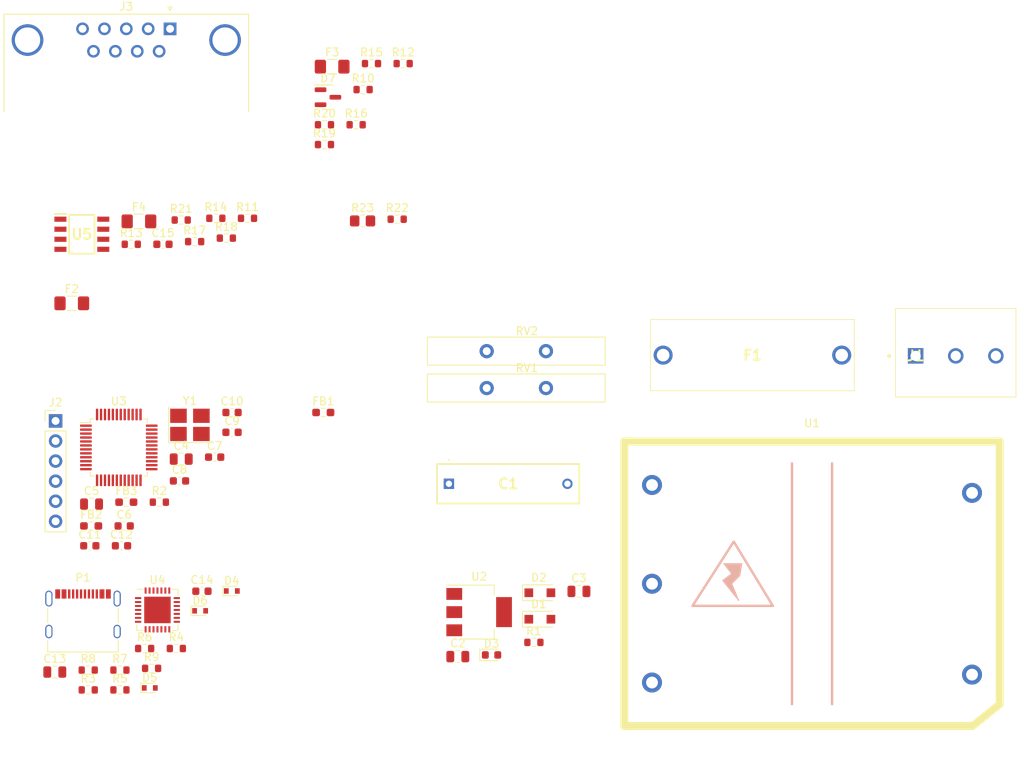
<source format=kicad_pcb>
(kicad_pcb (version 20211014) (generator pcbnew)
  (layers (0 "F.Cu" signal) (31 "B.Cu" signal) (34 "B.Paste" user) (35 "F.Paste" user) (36 "B.SilkS" user "B.Silkscreen") (37 "F.SilkS" user "F.Silkscreen") (38 "B.Mask" user) (39 "F.Mask" user) (44 "Edge.Cuts" user))
  (net 0 "")
  (net 1 "GND")
  (net 2 "+3V3")
  (net 3 "Net-(D1-Pad2)")
  (net 4 "Net-(C1-Pad1)")
  (net 5 "Net-(C1-Pad2)")
  (net 6 "Net-(C3-Pad1)")
  (net 7 "GNDA")
  (net 8 "Net-(F1-Pad2)")
  (net 9 "GNDREF")
  (net 10 "Net-(C2-Pad1)")
  (net 11 "Net-(D3-Pad2)")
  (net 12 "/MCU_User/OSC_IN")
  (net 13 "Net-(C7-Pad1)")
  (net 14 "VDD")
  (net 15 "VDDA")
  (net 16 "VBUS")
  (net 17 "/Interfaces/USB_D+")
  (net 18 "/Interfaces/USB_D-")
  (net 19 "Net-(F1-Pad1)")
  (net 20 "/MCU_User/NRESET")
  (net 21 "/MCU_User/SWDIO")
  (net 22 "/MCU_User/SWCLK")
  (net 23 "Net-(P1-PadA5)")
  (net 25 "Net-(P1-PadB5)")
  (net 27 "/MCU_User/OSC_OUT")
  (net 53 "/MCU_User/I2C1_SCL")
  (net 54 "/MCU_User/I2C1_SDA")
  (net 77 "/Interfaces/A")
  (net 78 "/Interfaces/B")
  (net 79 "Net-(F2-Pad2)")
  (net 80 "Net-(F3-Pad1)")
  (net 81 "Net-(F4-Pad1)")
  (net 82 "Net-(J2-Pad3)")
  (net 83 "Net-(J2-Pad4)")
  (net 84 "Net-(J2-Pad5)")
  (net 91 "Net-(U3-Pad42)")
  (net 92 "Net-(U3-Pad43)")
  (net 93 "Net-(R12-Pad2)")
  (net 94 "Net-(R14-Pad1)")
  (net 95 "Net-(R19-Pad2)")
  (net 96 "Net-(R20-Pad2)")
  (net 97 "Net-(R15-Pad1)")
  (net 98 "/Interfaces/RX_MCU_usb")
  (net 99 "Net-(R16-Pad1)")
  (net 100 "/Interfaces/TX_MCU_usb")
  (net 101 "/Interfaces/~{RE}_485")
  (net 102 "/Interfaces/DE_485")
  (net 103 "/Interfaces/RX_MCU_485")
  (net 104 "Net-(R21-Pad2)")
  (net 105 "/Interfaces/TX_MCU_485")
  (net 106 "Net-(R22-Pad2)")
  (net 107 "/MCU_User/TX_MCU_485")
  (footprint "Resistor_SMD:R_0603_1608Metric" (layer "F.Cu") (at -384.7154 -8.2466)
    (fp_text reference "R20" (at 0 -1.43) (layer "F.SilkS"))
    (fp_text value "22")
    (pad "1" smd roundrect (at -0.825 0) (size 0.8 0.95) (layers "F.Cu" "F.Paste" "F.Mask") (net 101 "/Interfaces/~{RE}_485"))
    (pad "2" smd roundrect (at 0.825 0) (size 0.8 0.95) (layers "F.Cu" "F.Paste" "F.Mask") (net 96 "Net-(R20-Pad2)"))
  )
  (footprint "Resistor_SMD:R_0603_1608Metric" (layer "F.Cu") (at -405.6134 39.5182)
    (fp_text reference "R2" (at 0 -1.43) (layer "F.SilkS"))
    (fp_text value "0")
    (pad "1" smd roundrect (at -0.825 0) (size 0.8 0.95) (layers "F.Cu" "F.Paste" "F.Mask") (net 27 "/MCU_User/OSC_OUT"))
    (pad "2" smd roundrect (at 0.825 0) (size 0.8 0.95) (layers "F.Cu" "F.Paste" "F.Mask") (net 13 "Net-(C7-Pad1)"))
  )
  (footprint "Capacitor_SMD:C_0603_1608Metric" (layer "F.Cu") (at -410.4034 45.0382)
    (fp_text reference "C12" (at 0 -1.43) (layer "F.SilkS"))
    (fp_text value "100nF")
    (pad "1" smd roundrect (at -0.775 0) (size 0.9 0.95) (layers "F.Cu" "F.Paste" "F.Mask") (net 14 "VDD"))
    (pad "2" smd roundrect (at 0.775 0) (size 0.9 0.95) (layers "F.Cu" "F.Paste" "F.Mask") (net 1 "GND"))
  )
  (footprint "Resistor_SMD:R_0603_1608Metric" (layer "F.Cu") (at -414.6134 60.7682)
    (fp_text reference "R8" (at 0 -1.43) (layer "F.SilkS"))
    (fp_text value "22")
    (pad "1" smd roundrect (at -0.825 0) (size 0.8 0.95) (layers "F.Cu" "F.Paste" "F.Mask") (net 53 "/MCU_User/I2C1_SCL"))
    (pad "2" smd roundrect (at 0.825 0) (size 0.8 0.95) (layers "F.Cu" "F.Paste" "F.Mask") (net 91 "Net-(U3-Pad42)"))
  )
  (footprint "Resistor_SMD:R_0603_1608Metric" (layer "F.Cu") (at -414.6134 63.2782)
    (fp_text reference "R3" (at 0 -1.43) (layer "F.SilkS"))
    (fp_text value "2.2K")
    (pad "1" smd roundrect (at -0.825 0) (size 0.8 0.95) (layers "F.Cu" "F.Paste" "F.Mask") (net 14 "VDD"))
    (pad "2" smd roundrect (at 0.825 0) (size 0.8 0.95) (layers "F.Cu" "F.Paste" "F.Mask") (net 53 "/MCU_User/I2C1_SCL"))
  )
  (footprint "Diode_SMD:D_SOD-123F" (layer "F.Cu") (at -357.4572 50.9818)
    (fp_text reference "D2" (at -0.127 -1.905) (layer "F.SilkS"))
    (fp_text value "DSS34")
    (pad "1" smd rect (at -1.4 0) (size 1.1 1.1) (layers "F.Cu" "F.Paste" "F.Mask") (net 10 "Net-(C2-Pad1)"))
    (pad "2" smd rect (at 1.4 0) (size 1.1 1.1) (layers "F.Cu" "F.Paste" "F.Mask") (net 16 "VBUS"))
  )
  (footprint "Fuse:Fuse_1206_3216Metric_Pad1.42x1.75mm_HandSolder" (layer "F.Cu") (at -416.6954 14.3534)
    (fp_text reference "F2" (at 0 -1.82) (layer "F.SilkS"))
    (fp_text value "500mA")
    (pad "1" smd roundrect (at -1.4875 0) (size 1.425 1.75) (layers "F.Cu" "F.Paste" "F.Mask") (roundrect_rratio 0.175439) (net 6 "Net-(C3-Pad1)"))
    (pad "2" smd roundrect (at 1.4875 0) (size 1.425 1.75) (layers "F.Cu" "F.Paste" "F.Mask") (roundrect_rratio 0.175439) (net 79 "Net-(F2-Pad2)"))
  )
  (footprint "Resistor_SMD:R_0603_1608Metric" (layer "F.Cu") (at -406.5934 60.5482)
    (fp_text reference "R9" (at 0 -1.43) (layer "F.SilkS"))
    (fp_text value "22")
    (pad "1" smd roundrect (at -0.825 0) (size 0.8 0.95) (layers "F.Cu" "F.Paste" "F.Mask") (net 54 "/MCU_User/I2C1_SDA"))
    (pad "2" smd roundrect (at 0.825 0) (size 0.8 0.95) (layers "F.Cu" "F.Paste" "F.Mask") (net 92 "Net-(U3-Pad43)"))
  )
  (footprint "Package_DFN_QFN:QFN-28-1EP_5x5mm_P0.5mm_EP3.35x3.35mm" (layer "F.Cu") (at -405.8534 53.1582)
    (fp_text reference "U4" (at 0 -3.8) (layer "F.SilkS"))
    (fp_text value "CP2102N-Axx-xQFN28")
    (pad "1" smd roundrect (at -2.45 -1.5) (size 0.8 0.25) (layers "F.Cu" "F.Paste" "F.Mask"))
    (pad "2" smd roundrect (at -2.45 -1) (size 0.8 0.25) (layers "F.Cu" "F.Paste" "F.Mask"))
    (pad "3" smd roundrect (at -2.45 -0.5) (size 0.8 0.25) (layers "F.Cu" "F.Paste" "F.Mask") (net 1 "GND"))
    (pad "4" smd roundrect (at -2.45 0) (size 0.8 0.25) (layers "F.Cu" "F.Paste" "F.Mask") (net 17 "/Interfaces/USB_D+"))
    (pad "5" smd roundrect (at -2.45 0.5) (size 0.8 0.25) (layers "F.Cu" "F.Paste" "F.Mask") (net 18 "/Interfaces/USB_D-"))
    (pad "6" smd roundrect (at -2.45 1) (size 0.8 0.25) (layers "F.Cu" "F.Paste" "F.Mask") (net 2 "+3V3"))
    (pad "7" smd roundrect (at -2.45 1.5) (size 0.8 0.25) (layers "F.Cu" "F.Paste" "F.Mask") (net 2 "+3V3"))
    (pad "8" smd roundrect (at -1.5 2.45) (size 0.25 0.8) (layers "F.Cu" "F.Paste" "F.Mask") (net 93 "Net-(R12-Pad2)"))
    (pad "9" smd roundrect (at -1 2.45) (size 0.25 0.8) (layers "F.Cu" "F.Paste" "F.Mask") (net 94 "Net-(R14-Pad1)"))
    (pad "10" smd roundrect (at -0.5 2.45) (size 0.25 0.8) (layers "F.Cu" "F.Paste" "F.Mask"))
    (pad "11" smd roundrect (at 0 2.45) (size 0.25 0.8) (layers "F.Cu" "F.Paste" "F.Mask"))
    (pad "12" smd roundrect (at 0.5 2.45) (size 0.25 0.8) (layers "F.Cu" "F.Paste" "F.Mask"))
    (pad "13" smd roundrect (at 1 2.45) (size 0.25 0.8) (layers "F.Cu" "F.Paste" "F.Mask"))
    (pad "14" smd roundrect (at 1.5 2.45) (size 0.25 0.8) (layers "F.Cu" "F.Paste" "F.Mask"))
    (pad "15" smd roundrect (at 2.45 1.5) (size 0.8 0.25) (layers "F.Cu" "F.Paste" "F.Mask"))
    (pad "16" smd roundrect (at 2.45 1) (size 0.8 0.25) (layers "F.Cu" "F.Paste" "F.Mask"))
    (pad "17" smd roundrect (at 2.45 0.5) (size 0.8 0.25) (layers "F.Cu" "F.Paste" "F.Mask"))
    (pad "18" smd roundrect (at 2.45 0) (size 0.8 0.25) (layers "F.Cu" "F.Paste" "F.Mask"))
    (pad "19" smd roundrect (at 2.45 -0.5) (size 0.8 0.25) (layers "F.Cu" "F.Paste" "F.Mask"))
    (pad "20" smd roundrect (at 2.45 -1) (size 0.8 0.25) (layers "F.Cu" "F.Paste" "F.Mask"))
    (pad "21" smd roundrect (at 2.45 -1.5) (size 0.8 0.25) (layers "F.Cu" "F.Paste" "F.Mask"))
    (pad "22" smd roundrect (at 1.5 -2.45) (size 0.25 0.8) (layers "F.Cu" "F.Paste" "F.Mask"))
    (pad "23" smd roundrect (at 1 -2.45) (size 0.25 0.8) (layers "F.Cu" "F.Paste" "F.Mask"))
    (pad "24" smd roundrect (at 0.5 -2.45) (size 0.25 0.8) (layers "F.Cu" "F.Paste" "F.Mask"))
    (pad "25" smd roundrect (at 0 -2.45) (size 0.25 0.8) (layers "F.Cu" "F.Paste" "F.Mask") (net 99 "Net-(R16-Pad1)"))
    (pad "26" smd roundrect (at -0.5 -2.45) (size 0.25 0.8) (layers "F.Cu" "F.Paste" "F.Mask") (net 97 "Net-(R15-Pad1)"))
    (pad "27" smd roundrect (at -1 -2.45) (size 0.25 0.8) (layers "F.Cu" "F.Paste" "F.Mask"))
    (pad "28" smd roundrect (at -1.5 -2.45) (size 0.25 0.8) (layers "F.Cu" "F.Paste" "F.Mask"))
    (pad "29" smd rect (at 0 0) (size 3.35 3.35) (layers "F.Cu" "F.Mask") (net 1 "GND"))
  )
  (footprint "Resistor_SMD:R_0603_1608Metric" (layer "F.Cu") (at -401.1454 6.5434)
    (fp_text reference "R17" (at 0 -1.43) (layer "F.SilkS"))
    (fp_text value "10K")
    (pad "1" smd roundrect (at -0.825 0) (size 0.8 0.95) (layers "F.Cu" "F.Paste" "F.Mask") (net 101 "/Interfaces/~{RE}_485"))
    (pad "2" smd roundrect (at 0.825 0) (size 0.8 0.95) (layers "F.Cu" "F.Paste" "F.Mask") (net 2 "+3V3"))
  )
  (footprint "footprint_lib:MOV_20D241k" (layer "F.Cu") (at -364.1846 20.4066)
    (fp_text reference "RV2" (at 5.08 -2.54 unlocked) (layer "F.SilkS"))
    (fp_text value "Varistor")
    (pad "1" thru_hole circle (at 0 0) (size 1.8 1.8) (drill 1) (layers *.Cu *.Mask) (net 5 "Net-(C1-Pad2)"))
    (pad "2" thru_hole circle (at 7.5 0) (size 1.8 1.8) (drill 1) (layers *.Cu *.Mask) (net 4 "Net-(C1-Pad1)"))
  )
  (footprint "footprint_lib:LH05-13B05" (layer "F.Cu") (at -323.0142 49.8436)
    (fp_text reference "U1" (at 0 -20.32 unlocked) (layer "F.SilkS"))
    (fp_text value "LH05-10B05")
    (pad "1" thru_hole circle (at -20.25 -12.5) (size 2.524 2.524) (drill 1.5) (layers *.Cu *.Mask) (net 9 "GNDREF"))
    (pad "2" thru_hole circle (at -20.25 0) (size 2.524 2.524) (drill 1.5) (layers *.Cu *.Mask) (net 5 "Net-(C1-Pad2)"))
    (pad "3" thru_hole circle (at -20.25 12.5) (size 2.524 2.524) (drill 1.5) (layers *.Cu *.Mask) (net 4 "Net-(C1-Pad1)"))
    (pad "4" thru_hole circle (at 20.25 11.5) (size 2.524 2.524) (drill 1.5) (layers *.Cu *.Mask) (net 1 "GND"))
    (pad "8" thru_hole circle (at 20.25 -11.5) (size 2.524 2.524) (drill 1.5) (layers *.Cu *.Mask) (net 3 "Net-(D1-Pad2)"))
  )
  (footprint "Capacitor_SMD:C_0805_2012Metric" (layer "F.Cu") (at -352.5122 50.8118)
    (fp_text reference "C3" (at 0 -1.68) (layer "F.SilkS"))
    (fp_text value "1uF")
    (pad "1" smd roundrect (at -0.95 0) (size 1 1.45) (layers "F.Cu" "F.Paste" "F.Mask") (net 6 "Net-(C3-Pad1)"))
    (pad "2" smd roundrect (at 0.95 0) (size 1 1.45) (layers "F.Cu" "F.Paste" "F.Mask") (net 1 "GND"))
  )
  (footprint "Connector_Dsub:DSUB-9_Female_Horizontal_P2.77x2.84mm_EdgePinOffset7.70mm_Housed_MountingHolesOffset9.12mm" (layer "F.Cu") (at -404.2536 -20.384331)
    (fp_text reference "J3" (at -5.54 -2.8) (layer "F.SilkS"))
    (fp_text value "DB9_Female")
    (pad "0" thru_hole circle (at -18.04 1.42) (size 4 4) (drill 3.2) (layers *.Cu *.Mask))
    (pad "0" thru_hole circle (at 6.96 1.42) (size 4 4) (drill 3.2) (layers *.Cu *.Mask))
    (pad "1" thru_hole rect (at 0 0) (size 1.6 1.6) (drill 1) (layers *.Cu *.Mask))
    (pad "2" thru_hole circle (at -2.77 0) (size 1.6 1.6) (drill 1) (layers *.Cu *.Mask))
    (pad "3" thru_hole circle (at -5.54 0) (size 1.6 1.6) (drill 1) (layers *.Cu *.Mask) (net 78 "/Interfaces/B"))
    (pad "4" thru_hole circle (at -8.31 0) (size 1.6 1.6) (drill 1) (layers *.Cu *.Mask))
    (pad "5" thru_hole circle (at -11.08 0) (size 1.6 1.6) (drill 1) (layers *.Cu *.Mask) (net 1 "GND"))
    (pad "6" thru_hole circle (at -1.385 2.84) (size 1.6 1.6) (drill 1) (layers *.Cu *.Mask))
    (pad "7" thru_hole circle (at -4.155 2.84) (size 1.6 1.6) (drill 1) (layers *.Cu *.Mask) (net 77 "/Interfaces/A"))
    (pad "8" thru_hole circle (at -6.925 2.84) (size 1.6 1.6) (drill 1) (layers *.Cu *.Mask))
    (pad "9" thru_hole circle (at -9.695 2.84) (size 1.6 1.6) (drill 1) (layers *.Cu *.Mask))
  )
  (footprint "Capacitor_SMD:C_0805_2012Metric" (layer "F.Cu") (at -414.1934 39.7682)
    (fp_text reference "C5" (at 0 -1.68) (layer "F.SilkS"))
    (fp_text value "1uF")
    (pad "1" smd roundrect (at -0.95 0) (size 1 1.45) (layers "F.Cu" "F.Paste" "F.Mask") (net 2 "+3V3"))
    (pad "2" smd roundrect (at 0.95 0) (size 1 1.45) (layers "F.Cu" "F.Paste" "F.Mask") (net 7 "GNDA"))
  )
  (footprint "Resistor_SMD:R_0603_1608Metric" (layer "F.Cu") (at -410.6034 63.2782)
    (fp_text reference "R5" (at 0 -1.43) (layer "F.SilkS"))
    (fp_text value "22")
    (pad "1" smd roundrect (at -0.825 0) (size 0.8 0.95) (layers "F.Cu" "F.Paste" "F.Mask") (net 84 "Net-(J2-Pad5)"))
    (pad "2" smd roundrect (at 0.825 0) (size 0.8 0.95) (layers "F.Cu" "F.Paste" "F.Mask") (net 22 "/MCU_User/SWCLK"))
  )
  (footprint "Capacitor_SMD:C_0603_1608Metric" (layer "F.Cu") (at -414.4134 45.0382)
    (fp_text reference "C11" (at 0 -1.43) (layer "F.SilkS"))
    (fp_text value "100nF")
    (pad "1" smd roundrect (at -0.775 0) (size 0.9 0.95) (layers "F.Cu" "F.Paste" "F.Mask") (net 14 "VDD"))
    (pad "2" smd roundrect (at 0.775 0) (size 0.9 0.95) (layers "F.Cu" "F.Paste" "F.Mask") (net 1 "GND"))
  )
  (footprint "Diode_SMD:D_SOD-523" (layer "F.Cu") (at -400.4534 53.2682)
    (fp_text reference "D6" (at 0 -1.3) (layer "F.SilkS"))
    (fp_text value "D_TVS 5V")
    (pad "1" smd rect (at -0.7 0 180) (size 0.6 0.7) (layers "F.Cu" "F.Paste" "F.Mask") (net 1 "GND"))
    (pad "2" smd rect (at 0.7 0 180) (size 0.6 0.7) (layers "F.Cu" "F.Paste" "F.Mask") (net 16 "VBUS"))
  )
  (footprint "Capacitor_SMD:C_0603_1608Metric" (layer "F.Cu") (at -396.4134 28.1682)
    (fp_text reference "C10" (at 0 -1.43) (layer "F.SilkS"))
    (fp_text value "100nF")
    (pad "1" smd roundrect (at -0.775 0) (size 0.9 0.95) (layers "F.Cu" "F.Paste" "F.Mask") (net 14 "VDD"))
    (pad "2" smd roundrect (at 0.775 0) (size 0.9 0.95) (layers "F.Cu" "F.Paste" "F.Mask") (net 1 "GND"))
  )
  (footprint "Resistor_SMD:R_0603_1608Metric" (layer "F.Cu") (at -397.1354 6.1034)
    (fp_text reference "R18" (at 0 -1.43) (layer "F.SilkS"))
    (fp_text value "10K")
    (pad "1" smd roundrect (at -0.825 0) (size 0.8 0.95) (layers "F.Cu" "F.Paste" "F.Mask") (net 1 "GND"))
    (pad "2" smd roundrect (at 0.825 0) (size 0.8 0.95) (layers "F.Cu" "F.Paste" "F.Mask") (net 102 "/Interfaces/DE_485"))
  )
  (footprint "Resistor_SMD:R_0603_1608Metric" (layer "F.Cu") (at -394.4554 3.5934)
    (fp_text reference "R11" (at 0 -1.43) (layer "F.SilkS"))
    (fp_text value "5.1k")
    (pad "1" smd roundrect (at -0.825 0) (size 0.8 0.95) (layers "F.Cu" "F.Paste" "F.Mask") (net 1 "GND"))
    (pad "2" smd roundrect (at 0.825 0) (size 0.8 0.95) (layers "F.Cu" "F.Paste" "F.Mask") (net 25 "Net-(P1-PadB5)"))
  )
  (footprint "Capacitor_SMD:C_0603_1608Metric" (layer "F.Cu") (at -405.1554 6.8834)
    (fp_text reference "C15" (at 0 -1.43) (layer "F.SilkS"))
    (fp_text value "100nF")
    (pad "1" smd roundrect (at -0.775 0) (size 0.9 0.95) (layers "F.Cu" "F.Paste" "F.Mask") (net 2 "+3V3"))
    (pad "2" smd roundrect (at 0.775 0) (size 0.9 0.95) (layers "F.Cu" "F.Paste" "F.Mask") (net 1 "GND"))
  )
  (footprint "Package_TO_SOT_SMD:SOT-23" (layer "F.Cu") (at -384.2754 -11.7266)
    (fp_text reference "D7" (at 0 -2.4) (layer "F.SilkS"))
    (fp_text value "SM712_SOT23")
    (pad "1" smd roundrect (at -0.9375 -0.95) (size 1.475 0.6) (layers "F.Cu" "F.Paste" "F.Mask") (net 77 "/Interfaces/A"))
    (pad "2" smd roundrect (at -0.9375 0.95) (size 1.475 0.6) (layers "F.Cu" "F.Paste" "F.Mask") (net 78 "/Interfaces/B"))
    (pad "3" smd roundrect (at 0.9375 0) (size 1.475 0.6) (layers "F.Cu" "F.Paste" "F.Mask") (net 1 "GND"))
  )
  (footprint "Fuse:Fuse_1206_3216Metric_Pad1.42x1.75mm_HandSolder" (layer "F.Cu") (at -408.1954 3.9834)
    (fp_text reference "F4" (at 0 -1.82) (layer "F.SilkS"))
    (fp_text value "300mA")
    (pad "1" smd roundrect (at -1.4875 0) (size 1.425 1.75) (layers "F.Cu" "F.Paste" "F.Mask") (roundrect_rratio 0.175439) (net 81 "Net-(F4-Pad1)"))
    (pad "2" smd roundrect (at 1.4875 0) (size 1.425 1.75) (layers "F.Cu" "F.Paste" "F.Mask") (roundrect_rratio 0.175439) (net 77 "/Interfaces/A"))
  )
  (footprint "footprint_lib:MOV_20D241k" (layer "F.Cu") (at -364.1846 25.0766)
    (fp_text reference "RV1" (at 5.08 -2.54 unlocked) (layer "F.SilkS"))
    (fp_text value "470")
    (pad "1" thru_hole circle (at 0 0) (size 1.8 1.8) (drill 1) (layers *.Cu *.Mask) (net 8 "Net-(F1-Pad2)"))
    (pad "2" thru_hole circle (at 7.5 0) (size 1.8 1.8) (drill 1) (layers *.Cu *.Mask) (net 4 "Net-(C1-Pad1)"))
  )
  (footprint "footprint_lib:64600001223" (layer "F.Cu") (at -341.858 20.911)
    (fp_text reference "F1" (at 11.3 0) (layer "F.SilkS") (effects (font (size 1.27 1.27) (thickness 0.254))))
    (fp_text value "fuse_holder" hide)
    (pad "1" thru_hole circle locked (at 0 0) (size 2.4 2.4) (drill 1.6) (layers *.Cu *.Mask) (net 19 "Net-(F1-Pad1)"))
    (pad "2" thru_hole circle locked (at 22.6 0) (size 2.4 2.4) (drill 1.6) (layers *.Cu *.Mask) (net 8 "Net-(F1-Pad2)"))
  )
  (footprint "Capacitor_SMD:C_0805_2012Metric" (layer "F.Cu") (at -367.8422 59.0618)
    (fp_text reference "C2" (at 0 -1.68) (layer "F.SilkS"))
    (fp_text value "10uF")
    (pad "1" smd roundrect (at -0.95 0) (size 1 1.45) (layers "F.Cu" "F.Paste" "F.Mask") (net 10 "Net-(C2-Pad1)"))
    (pad "2" smd roundrect (at 0.95 0) (size 1 1.45) (layers "F.Cu" "F.Paste" "F.Mask") (net 1 "GND"))
  )
  (footprint "Resistor_SMD:R_0603_1608Metric" (layer "F.Cu") (at -358.2122 57.2618)
    (fp_text reference "R1" (at 0 -1.43) (layer "F.SilkS"))
    (fp_text value "1k")
    (pad "1" smd roundrect (at -0.825 0) (size 0.8 0.95) (layers "F.Cu" "F.Paste" "F.Mask") (net 11 "Net-(D3-Pad2)"))
    (pad "2" smd roundrect (at 0.825 0) (size 0.8 0.95) (layers "F.Cu" "F.Paste" "F.Mask") (net 79 "Net-(F2-Pad2)"))
  )
  (footprint "Resistor_SMD:R_0603_1608Metric_Pad0.98x0.95mm_HandSolder" (layer "F.Cu") (at -409.7934 39.5182)
    (fp_text reference "FB3" (at 0 -1.43) (layer "F.SilkS"))
    (fp_text value "600R@100MHz")
    (pad "1" smd roundrect (at -0.9125 0) (size 0.975 0.95) (layers "F.Cu" "F.Paste" "F.Mask") (net 2 "+3V3"))
    (pad "2" smd roundrect (at 0.9125 0) (size 0.975 0.95) (layers "F.Cu" "F.Paste" "F.Mask") (net 15 "VDDA"))
  )
  (footprint "Package_QFP:LQFP-48_7x7mm_P0.5mm" (layer "F.Cu") (at -410.7434 32.5882)
    (fp_text reference "U3" (at 0 -5.85) (layer "F.SilkS"))
    (fp_text value "STM32F030CCTx")
    (pad "1" smd roundrect (at -4.1625 -2.75) (size 1.475 0.3) (layers "F.Cu" "F.Paste" "F.Mask") (net 14 "VDD"))
    (pad "2" smd roundrect (at -4.1625 -2.25) (size 1.475 0.3) (layers "F.Cu" "F.Paste" "F.Mask") (net 21 "/MCU_User/SWDIO"))
    (pad "3" smd roundrect (at -4.1625 -1.75) (size 1.475 0.3) (layers "F.Cu" "F.Paste" "F.Mask") (net 22 "/MCU_User/SWCLK"))
    (pad "4" smd roundrect (at -4.1625 -1.25) (size 1.475 0.3) (layers "F.Cu" "F.Paste" "F.Mask"))
    (pad "5" smd roundrect (at -4.1625 -0.75) (size 1.475 0.3) (layers "F.Cu" "F.Paste" "F.Mask") (net 12 "/MCU_User/OSC_IN"))
    (pad "6" smd roundrect (at -4.1625 -0.25) (size 1.475 0.3) (layers "F.Cu" "F.Paste" "F.Mask") (net 27 "/MCU_User/OSC_OUT"))
    (pad "7" smd roundrect (at -4.1625 0.25) (size 1.475 0.3) (layers "F.Cu" "F.Paste" "F.Mask") (net 20 "/MCU_User/NRESET"))
    (pad "8" smd roundrect (at -4.1625 0.75) (size 1.475 0.3) (layers "F.Cu" "F.Paste" "F.Mask") (net 7 "GNDA"))
    (pad "9" smd roundrect (at -4.1625 1.25) (size 1.475 0.3) (layers "F.Cu" "F.Paste" "F.Mask") (net 15 "VDDA"))
    (pad "10" smd roundrect (at -4.1625 1.75) (size 1.475 0.3) (layers "F.Cu" "F.Paste" "F.Mask"))
    (pad "11" smd roundrect (at -4.1625 2.25) (size 1.475 0.3) (layers "F.Cu" "F.Paste" "F.Mask"))
    (pad "12" smd roundrect (at -4.1625 2.75) (size 1.475 0.3) (layers "F.Cu" "F.Paste" "F.Mask") (net 107 "/MCU_User/TX_MCU_485"))
    (pad "13" smd roundrect (at -2.75 4.1625) (size 0.3 1.475) (layers "F.Cu" "F.Paste" "F.Mask") (net 98 "/Interfaces/RX_MCU_usb"))
    (pad "14" smd roundrect (at -2.25 4.1625) (size 0.3 1.475) (layers "F.Cu" "F.Paste" "F.Mask"))
    (pad "15" smd roundrect (at -1.75 4.1625) (size 0.3 1.475) (layers "F.Cu" "F.Paste" "F.Mask"))
    (pad "16" smd roundrect (at -1.25 4.1625) (size 0.3 1.475) (layers "F.Cu" "F.Paste" "F.Mask"))
    (pad "17" smd roundrect (at -0.75 4.1625) (size 0.3 1.475) (layers "F.Cu" "F.Paste" "F.Mask"))
    (pad "18" smd roundrect (at -0.25 4.1625) (size 0.3 1.475) (layers "F.Cu" "F.Paste" "F.Mask"))
    (pad "19" smd roundrect (at 0.25 4.1625) (size 0.3 1.475) (layers "F.Cu" "F.Paste" "F.Mask"))
    (pad "20" smd roundrect (at 0.75 4.1625) (size 0.3 1.475) (layers "F.Cu" "F.Paste" "F.Mask"))
    (pad "21" smd roundrect (at 1.25 4.1625) (size 0.3 1.475) (layers "F.Cu" "F.Paste" "F.Mask"))
    (pad "22" smd roundrect (at 1.75 4.1625) (size 0.3 1.475) (layers "F.Cu" "F.Paste" "F.Mask"))
    (pad "23" smd roundrect (at 2.25 4.1625) (size 0.3 1.475) (layers "F.Cu" "F.Paste" "F.Mask") (net 1 "GND"))
    (pad "24" smd roundrect (at 2.75 4.1625) (size 0.3 1.475) (layers "F.Cu" "F.Paste" "F.Mask") (net 14 "VDD"))
    (pad "25" smd roundrect (at 4.1625 2.75) (size 1.475 0.3) (layers "F.Cu" "F.Paste" "F.Mask"))
    (pad "26" smd roundrect (at 4.1625 2.25) (size 1.475 0.3) (layers "F.Cu" "F.Paste" "F.Mask"))
    (pad "27" smd roundrect (at 4.1625 1.75) (size 1.475 0.3) (layers "F.Cu" "F.Paste" "F.Mask"))
    (pad "28" smd roundrect (at 4.1625 1.25) (size 1.475 0.3) (layers "F.Cu" "F.Paste" "F.Mask"))
    (pad "29" smd roundrect (at 4.1625 0.75) (size 1.475 0.3) (layers "F.Cu" "F.Paste" "F.Mask"))
    (pad "30" smd roundrect (at 4.1625 0.25) (size 1.475 0.3) (layers "F.Cu" "F.Paste" "F.Mask") (net 100 "/Interfaces/TX_MCU_usb"))
    (pad "31" smd roundrect (at 4.1625 -0.25) (size 1.475 0.3) (layers "F.Cu" "F.Paste" "F.Mask") (net 103 "/Interfaces/RX_MCU_485"))
    (pad "32" smd roundrect (at 4.1625 -0.75) (size 1.475 0.3) (layers "F.Cu" "F.Paste" "F.Mask"))
    (pad "33" smd roundrect (at 4.1625 -1.25) (size 1.475 0.3) (layers "F.Cu" "F.Paste" "F.Mask"))
    (pad "34" smd roundrect (at 4.1625 -1.75) (size 1.475 0.3) (layers "F.Cu" "F.Paste" "F.Mask"))
    (pad "35" smd roundrect (at 4.1625 -2.25) (size 1.475 0.3) (layers "F.Cu" "F.Paste" "F.Mask") (net 1 "GND"))
    (pad "36" smd roundrect (at 4.1625 -2.75) (size 1.475 0.3) (layers "F.Cu" "F.Paste" "F.Mask") (net 14 "VDD"))
    (pad "37" smd roundrect (at 2.75 -4.1625) (size 0.3 1.475) (layers "F.Cu" "F.Paste" "F.Mask"))
    (pad "38" smd roundrect (at 2.25 -4.1625) (size 0.3 1.475) (layers "F.Cu" "F.Paste" "F.Mask"))
    (pad "39" smd roundrect (at 1.75 -4.1625) (size 0.3 1.475) (layers "F.Cu" "F.Paste" "F.Mask"))
    (pad "40" smd roundrect (at 1.25 -4.1625) (size 0.3 1.475) (layers "F.Cu" "F.Paste" "F.Mask"))
    (pad "41" smd roundrect (at 0.75 -4.1625) (size 0.3 1.475) (layers "F.Cu" "F.Paste" "F.Mask"))
    (pad "42" smd roundrect (at 0.25 -4.1625) (size 0.3 1.475) (layers "F.Cu" "F.Paste" "F.Mask") (net 91 "Net-(U3-Pad42)"))
    (pad "43" smd roundrect (at -0.25 -4.1625) (size 0.3 1.475) (layers "F.Cu" "F.Paste" "F.Mask") (net 92 "Net-(U3-Pad43)"))
    (pad "44" smd roundrect (at -0.75 -4.1625) (size 0.3 1.475) (layers "F.Cu" "F.Paste" "F.Mask"))
    (pad "45" smd roundrect (at -1.25 -4.1625) (size 0.3 1.475) (layers "F.Cu" "F.Paste" "F.Mask"))
    (pad "46" smd roundrect (at -1.75 -4.1625) (size 0.3 1.475) (layers "F.Cu" "F.Paste" "F.Mask"))
    (pad "47" smd roundrect (at -2.25 -4.1625) (size 0.3 1.475) (layers "F.Cu" "F.Paste" "F.Mask") (net 1 "GND"))
    (pad "48" smd roundrect (at -2.75 -4.1625) (size 0.3 1.475) (layers "F.Cu" "F.Paste" "F.Mask") (net 14 "VDD"))
  )
  (footprint "Package_TO_SOT_SMD:SOT-223-3_TabPin2" (layer "F.Cu") (at -365.1422 53.4318)
    (fp_text reference "U2" (at 0 -4.5) (layer "F.SilkS"))
    (fp_text value "AP1117-33")
    (pad "1" smd rect (at -3.15 -2.3) (size 2 1.5) (layers "F.Cu" "F.Paste" "F.Mask") (net 1 "GND"))
    (pad "2" smd rect (at 3.15 0) (size 2 3.8) (layers "F.Cu" "F.Paste" "F.Mask") (net 6 "Net-(C3-Pad1)"))
    (pad "2" smd rect (at -3.15 0) (size 2 1.5) (layers "F.Cu" "F.Paste" "F.Mask") (net 6 "Net-(C3-Pad1)"))
    (pad "3" smd rect (at -3.15 2.3) (size 2 1.5) (layers "F.Cu" "F.Paste" "F.Mask") (net 10 "Net-(C2-Pad1)"))
  )
  (footprint "Resistor_SMD:R_0603_1608Metric" (layer "F.Cu") (at -384.7154 -5.7366)
    (fp_text reference "R19" (at 0 -1.43) (layer "F.SilkS"))
    (fp_text value "22")
    (pad "1" smd roundrect (at -0.825 0) (size 0.8 0.95) (layers "F.Cu" "F.Paste" "F.Mask") (net 103 "/Interfaces/RX_MCU_485"))
    (pad "2" smd roundrect (at 0.825 0) (size 0.8 0.95) (layers "F.Cu" "F.Paste" "F.Mask") (net 95 "Net-(R19-Pad2)"))
  )
  (footprint "Diode_SMD:D_SOD-523" (layer "F.Cu") (at -406.8234 63.0282)
    (fp_text reference "D5" (at 0 -1.3) (layer "F.SilkS"))
    (fp_text value "D_TVS 5V")
    (pad "1" smd rect (at -0.7 0 180) (size 0.6 0.7) (layers "F.Cu" "F.Paste" "F.Mask") (net 1 "GND"))
    (pad "2" smd rect (at 0.7 0 180) (size 0.6 0.7) (layers "F.Cu" "F.Paste" "F.Mask") (net 18 "/Interfaces/USB_D-"))
  )
  (footprint "Capacitor_SMD:C_0603_1608Metric" (layer "F.Cu") (at -403.0634 36.8282)
    (fp_text reference "C8" (at 0 -1.43) (layer "F.SilkS"))
    (fp_text value "100nF")
    (pad "1" smd roundrect (at -0.775 0) (size 0.9 0.95) (layers "F.Cu" "F.Paste" "F.Mask") (net 14 "VDD"))
    (pad "2" smd roundrect (at 0.775 0) (size 0.9 0.95) (layers "F.Cu" "F.Paste" "F.Mask") (net 1 "GND"))
  )
  (footprint "Resistor_SMD:R_0603_1608Metric" (layer "F.Cu") (at -380.7054 -8.2466)
    (fp_text reference "R16" (at 0 -1.43) (layer "F.SilkS"))
    (fp_text value "0")
    (pad "1" smd roundrect (at -0.825 0) (size 0.8 0.95) (layers "F.Cu" "F.Paste" "F.Mask") (net 99 "Net-(R16-Pad1)"))
    (pad "2" smd roundrect (at 0.825 0) (size 0.8 0.95) (layers "F.Cu" "F.Paste" "F.Mask") (net 100 "/Interfaces/TX_MCU_usb"))
  )
  (footprint "Resistor_SMD:R_0603_1608Metric" (layer "F.Cu") (at -378.7654 -15.9866)
    (fp_text reference "R15" (at 0 -1.43) (layer "F.SilkS"))
    (fp_text value "0")
    (pad "1" smd roundrect (at -0.825 0) (size 0.8 0.95) (layers "F.Cu" "F.Paste" "F.Mask") (net 97 "Net-(R15-Pad1)"))
    (pad "2" smd roundrect (at 0.825 0) (size 0.8 0.95) (layers "F.Cu" "F.Paste" "F.Mask") (net 98 "/Interfaces/RX_MCU_usb"))
  )
  (footprint "Capacitor_SMD:C_0805_2012Metric" (layer "F.Cu") (at -402.8434 34.0682)
    (fp_text reference "C4" (at 0 -1.68) (layer "F.SilkS"))
    (fp_text value "4.7uF")
    (pad "1" smd roundrect (at -0.95 0) (size 1 1.45) (layers "F.Cu" "F.Paste" "F.Mask") (net 2 "+3V3"))
    (pad "2" smd roundrect (at 0.95 0) (size 1 1.45) (layers "F.Cu" "F.Paste" "F.Mask") (net 1 "GND"))
  )
  (footprint "footprint_lib:SOIC127P600X175-8N" (layer "F.Cu") (at -415.4204 5.6134)
    (fp_text reference "U5" (at 0 0) (layer "F.SilkS") (effects (font (size 1.27 1.27) (thickness 0.254))))
    (fp_text value "MAX485E" hide)
    (pad "1" smd rect locked (at -2.712 -1.905 90) (size 0.65 1.525) (layers "F.Cu" "F.Paste" "F.Mask") (net 95 "Net-(R19-Pad2)"))
    (pad "2" smd rect locked (at -2.712 -0.635 90) (size 0.65 1.525) (layers "F.Cu" "F.Paste" "F.Mask") (net 96 "Net-(R20-Pad2)"))
    (pad "3" smd rect locked (at -2.712 0.635 90) (size 0.65 1.525) (layers "F.Cu" "F.Paste" "F.Mask") (net 104 "Net-(R21-Pad2)"))
    (pad "4" smd rect locked (at -2.712 1.905 90) (size 0.65 1.525) (layers "F.Cu" "F.Paste" "F.Mask") (net 106 "Net-(R22-Pad2)"))
    (pad "5" smd rect locked (at 2.712 1.905 90) (size 0.65 1.525) (layers "F.Cu" "F.Paste" "F.Mask") (net 1 "GND"))
    (pad "6" smd rect locked (at 2.712 0.635 90) (size 0.65 1.525) (layers "F.Cu" "F.Paste" "F.Mask") (net 81 "Net-(F4-Pad1)"))
    (pad "7" smd rect locked (at 2.712 -0.635 90) (size 0.65 1.525) (layers "F.Cu" "F.Paste" "F.Mask") (net 80 "Net-(F3-Pad1)"))
    (pad "8" smd rect locked (at 2.712 -1.905 90) (size 0.65 1.525) (layers "F.Cu" "F.Paste" "F.Mask") (net 2 "+3V3"))
  )
  (footprint "footprint_lib:MXH104K305E10" (layer "F.Cu") (at -368.9668 37.1924)
    (fp_text reference "C1" (at 7.5 0) (layer "F.SilkS") (effects (font (size 1.27 1.27) (thickness 0.254))))
    (fp_text value "C" hide)
    (pad "1" thru_hole rect locked (at 0 0) (size 1.3 1.3) (drill 0.8) (layers *.Cu *.Mask) (net 4 "Net-(C1-Pad1)"))
    (pad "2" thru_hole circle locked (at 15 0) (size 1.3 1.3) (drill 0.8) (layers *.Cu *.Mask) (net 5 "Net-(C1-Pad2)"))
  )
  (footprint "Crystal:Crystal_SMD_TXC_7M-4Pin_3.2x2.5mm_HandSoldering" (layer "F.Cu") (at -401.7434 29.7382)
    (fp_text reference "Y1" (at 0 -3.05) (layer "F.SilkS"))
    (fp_text value "8MHz 8pF")
    (pad "1" smd rect (at -1.45 1.15) (size 2.1 1.8) (layers "F.Cu" "F.Paste" "F.Mask") (net 12 "/MCU_User/OSC_IN"))
    (pad "2" smd rect (at 1.45 1.15) (size 2.1 1.8) (layers "F.Cu" "F.Paste" "F.Mask") (net 1 "GND"))
    (pad "3" smd rect (at 1.45 -1.15) (size 2.1 1.8) (layers "F.Cu" "F.Paste" "F.Mask") (net 27 "/MCU_User/OSC_OUT"))
    (pad "4" smd rect (at -1.45 -1.15) (size 2.1 1.8) (layers "F.Cu" "F.Paste" "F.Mask") (net 1 "GND"))
  )
  (footprint "Resistor_SMD:R_0805_2012Metric_Pad1.20x1.40mm_HandSolder" (layer "F.Cu") (at -379.8936 3.9284)
    (fp_text reference "R23" (at 0 -1.65) (layer "F.SilkS"))
    (fp_text value "120")
    (pad "1" smd roundrect (at -1 0) (size 1.2 1.4) (layers "F.Cu" "F.Paste" "F.Mask") (roundrect_rratio 0.208333) (net 81 "Net-(F4-Pad1)"))
    (pad "2" smd roundrect (at 1 0) (size 1.2 1.4) (layers "F.Cu" "F.Paste" "F.Mask") (roundrect_rratio 0.208333) (net 80 "Net-(F3-Pad1)"))
  )
  (footprint "Resistor_SMD:R_0603_1608Metric" (layer "F.Cu") (at -410.6034 60.7682)
    (fp_text reference "R7" (at 0 -1.43) (layer "F.SilkS"))
    (fp_text value "22")
    (pad "1" smd roundrect (at -0.825 0) (size 0.8 0.95) (layers "F.Cu" "F.Paste" "F.Mask") (net 82 "Net-(J2-Pad3)"))
    (pad "2" smd roundrect (at 0.825 0) (size 0.8 0.95) (layers "F.Cu" "F.Paste" "F.Mask") (net 20 "/MCU_User/NRESET"))
  )
  (footprint "Resistor_SMD:R_0603_1608Metric" (layer "F.Cu") (at -403.4634 58.0382)
    (fp_text reference "R4" (at 0 -1.43) (layer "F.SilkS"))
    (fp_text value "2.2K")
    (pad "1" smd roundrect (at -0.825 0) (size 0.8 0.95) (layers "F.Cu" "F.Paste" "F.Mask") (net 14 "VDD"))
    (pad "2" smd roundrect (at 0.825 0) (size 0.8 0.95) (layers "F.Cu" "F.Paste" "F.Mask") (net 54 "/MCU_User/I2C1_SDA"))
  )
  (footprint "Capacitor_SMD:C_0603_1608Metric" (layer "F.Cu") (at -396.4134 30.6782)
    (fp_text reference "C9" (at 0 -1.43) (layer "F.SilkS"))
    (fp_text value "100nF")
    (pad "1" smd roundrect (at -0.775 0) (size 0.9 0.95) (layers "F.Cu" "F.Paste" "F.Mask") (net 15 "VDDA"))
    (pad "2" smd roundrect (at 0.775 0) (size 0.9 0.95) (layers "F.Cu" "F.Paste" "F.Mask") (net 7 "GNDA"))
  )
  (footprint "Resistor_SMD:R_0603_1608Metric" (layer "F.Cu") (at -398.4654 3.5934)
    (fp_text reference "R14" (at 0 -1.43) (layer "F.SilkS"))
    (fp_text value "1k")
    (pad "1" smd roundrect (at -0.825 0) (size 0.8 0.95) (layers "F.Cu" "F.Paste" "F.Mask") (net 94 "Net-(R14-Pad1)"))
    (pad "2" smd roundrect (at 0.825 0) (size 0.8 0.95) (layers "F.Cu" "F.Paste" "F.Mask") (net 2 "+3V3"))
  )
  (footprint "Capacitor_SMD:C_0805_2012Metric" (layer "F.Cu") (at -418.8434 61.0182)
    (fp_text reference "C13" (at 0 -1.68) (layer "F.SilkS"))
    (fp_text value "4.7uF")
    (pad "1" smd roundrect (at -0.95 0) (size 1 1.45) (layers "F.Cu" "F.Paste" "F.Mask") (net 2 "+3V3"))
    (pad "2" smd roundrect (at 0.95 0) (size 1 1.45) (layers "F.Cu" "F.Paste" "F.Mask") (net 1 "GND"))
  )
  (footprint "Resistor_SMD:R_0603_1608Metric" (layer "F.Cu") (at -374.7554 -15.9866)
    (fp_text reference "R12" (at 0 -1.43) (layer "F.SilkS"))
    (fp_text value "22.1k")
    (pad "1" smd roundrect (at -0.825 0) (size 0.8 0.95) (layers "F.Cu" "F.Paste" "F.Mask") (net 16 "VBUS"))
    (pad "2" smd roundrect (at 0.825 0) (size 0.8 0.95) (layers "F.Cu" "F.Paste" "F.Mask") (net 93 "Net-(R12-Pad2)"))
  )
  (footprint "Capacitor_SMD:C_0603_1608Metric" (layer "F.Cu") (at -410.0634 42.5282)
    (fp_text reference "C6" (at 0 -1.43) (layer "F.SilkS"))
    (fp_text value "16pF")
    (pad "1" smd roundrect (at -0.775 0) (size 0.9 0.95) (layers "F.Cu" "F.Paste" "F.Mask") (net 12 "/MCU_User/OSC_IN"))
    (pad "2" smd roundrect (at 0.775 0) (size 0.9 0.95) (layers "F.Cu" "F.Paste" "F.Mask") (net 1 "GND"))
  )
  (footprint "Connector_USB:USB_C_Receptacle_Palconn_UTC16-G" (layer "F.Cu") (at -415.2734 53.6482)
    (fp_text reference "P1" (at 0 -4.58) (layer "F.SilkS"))
    (fp_text value "USB_C_Receptacle_USB2.0")
    (pad "" np_thru_hole circle (at -2.89 -1.45 180) (size 0.6 0.6) (drill 0.6) (layers *.Cu *.Mask))
    (pad "" np_thru_hole circle (at 2.89 -1.45 180) (size 0.6 0.6) (drill 0.6) (layers *.Cu *.Mask))
    (pad "A1" smd rect (at -3.2 -2.51) (size 0.6 1.16) (layers "F.Cu" "F.Paste" "F.Mask") (net 1 "GND"))
    (pad "A4" smd rect (at -2.4 -2.51) (size 0.6 1.16) (layers "F.Cu" "F.Paste" "F.Mask") (net 16 "VBUS"))
    (pad "A5" smd rect (at -1.25 -2.51 180) (size 0.3 1.16) (layers "F.Cu" "F.Paste" "F.Mask") (net 23 "Net-(P1-PadA5)"))
    (pad "A6" smd rect (at -0.25 -2.51 180) (size 0.3 1.16) (layers "F.Cu" "F.Paste" "F.Mask") (net 17 "/Interfaces/USB_D+"))
    (pad "A7" smd rect (at 0.25 -2.51 180) (size 0.3 1.16) (layers "F.Cu" "F.Paste" "F.Mask") (net 18 "/Interfaces/USB_D-"))
    (pad "A8" smd rect (at 1.25 -2.51 180) (size 0.3 1.16) (layers "F.Cu" "F.Paste" "F.Mask"))
    (pad "A9" smd rect (at 2.4 -2.51) (size 0.6 1.16) (layers "F.Cu" "F.Paste" "F.Mask") (net 16 "VBUS"))
    (pad "A12" smd rect (at 3.2 -2.51) (size 0.6 1.16) (layers "F.Cu" "F.Paste" "F.Mask") (net 1 "GND"))
    (pad "B1" smd rect (at 3.2 -2.51) (size 0.6 1.16) (layers "F.Cu" "F.Paste" "F.Mask") (net 1 "GND"))
    (pad "B4" smd rect (at 2.4 -2.51) (size 0.6 1.16) (layers "F.Cu" "F.Paste" "F.Mask") (net 16 "VBUS"))
    (pad "B5" smd rect (at 1.75 -2.51 180) (size 0.3 1.16) (layers "F.Cu" "F.Paste" "F.Mask") (net 25 "Net-(P1-PadB5)"))
    (pad "B6" smd rect (at 0.75 -2.51 180) (size 0.3 1.16) (layers "F.Cu" "F.Paste" "F.Mask") (net 17 "/Interfaces/USB_D+"))
    (pad "B7" smd rect (at -0.75 -2.51 180) (size 0.3 1.16) (layers "F.Cu" "F.Paste" "F.Mask") (net 18 "/Interfaces/USB_D-"))
    (pad "B8" smd rect (at -1.75 -2.51 180) (size 0.3 1.16) (layers "F.Cu" "F.Paste" "F.Mask"))
    (pad "B9" smd rect (at -2.4 -2.51) (size 0.6 1.16) (layers "F.Cu" "F.Paste" "F.Mask") (net 16 "VBUS"))
    (pad "B12" smd rect (at -3.2 -2.51) (size 0.6 1.16) (layers "F.Cu" "F.Paste" "F.Mask") (net 1 "GND"))
    (pad "S1" thru_hole oval (at -4.32 2.24 90) (size 1.7 0.9) (drill oval 1.4 0.6) (layers *.Cu *.Mask) (net 1 "GND"))
    (pad "S1" thru_hole oval (at 4.32 -1.93 90) (size 2 0.9) (drill oval 1.7 0.6) (layers *.Cu *.Mask) (net 1 "GND"))
    (pad "S1" thru_hole oval (at -4.32 -1.93 90) (size 2 0.9) (drill oval 1.7 0.6) (layers *.Cu *.Mask) (net 1 "GND"))
    (pad "S1" thru_hole oval (at 4.32 2.24 90) (size 1.7 0.9) (drill oval 1.4 0.6) (layers *.Cu *.Mask) (net 1 "GND"))
  )
  (footprint "LED_SMD:LED_0603_1608Metric" (layer "F.Cu") (at -363.5722 58.8518)
    (fp_text reference "D3" (at 0 -1.43) (layer "F.SilkS"))
    (fp_text value "LED")
    (pad "1" smd roundrect (at -0.7875 0) (size 0.875 0.95) (layers "F.Cu" "F.Paste" "F.Mask") (net 1 "GND"))
    (pad "2" smd roundrect (at 0.7875 0) (size 0.875 0.95) (layers "F.Cu" "F.Paste" "F.Mask") (net 11 "Net-(D3-Pad2)"))
  )
  (footprint "Resistor_SMD:R_0603_1608Metric" (layer "F.Cu") (at -407.4734 58.0382)
    (fp_text reference "R6" (at 0 -1.43) (layer "F.SilkS"))
    (fp_text value "22")
    (pad "1" smd roundrect (at -0.825 0) (size 0.8 0.95) (layers "F.Cu" "F.Paste" "F.Mask") (net 83 "Net-(J2-Pad4)"))
    (pad "2" smd roundrect (at 0.825 0) (size 0.8 0.95) (layers "F.Cu" "F.Paste" "F.Mask") (net 21 "/MCU_User/SWDIO"))
  )
  (footprint "Resistor_SMD:R_0603_1608Metric" (layer "F.Cu") (at -409.1654 6.8834)
    (fp_text reference "R13" (at 0 -1.43) (layer "F.SilkS"))
    (fp_text value "47.5k")
    (pad "1" smd roundrect (at -0.825 0) (size 0.8 0.95) (layers "F.Cu" "F.Paste" "F.Mask") (net 1 "GND"))
    (pad "2" smd roundrect (at 0.825 0) (size 0.8 0.95) (layers "F.Cu" "F.Paste" "F.Mask") (net 93 "Net-(R12-Pad2)"))
  )
  (footprint "Resistor_SMD:R_0603_1608Metric" (layer "F.Cu") (at -379.8254 -12.6966)
    (fp_text reference "R10" (at 0 -1.43) (layer "F.SilkS"))
    (fp_text value "5.1k")
    (pad "1" smd roundrect (at -0.825 0) (size 0.8 0.95) (layers "F.Cu" "F.Paste" "F.Mask") (net 1 "GND"))
    (pad "2" smd roundrect (at 0.825 0) (size 0.8 0.95) (layers "F.Cu" "F.Paste" "F.Mask") (net 23 "Net-(P1-PadA5)"))
  )
  (footprint "Resistor_SMD:R_0603_1608Metric_Pad0.98x0.95mm_HandSolder" (layer "F.Cu") (at -414.2434 42.5282)
    (fp_text reference "FB2" (at 0 -1.43) (layer "F.SilkS"))
    (fp_text value "600R@100MHz")
    (pad "1" smd roundrect (at -0.9125 0) (size 0.975 0.95) (layers "F.Cu" "F.Paste" "F.Mask") (net 2 "+3V3"))
    (pad "2" smd roundrect (at 0.9125 0) (size 0.975 0.95) (layers "F.Cu" "F.Paste" "F.Mask") (net 14 "VDD"))
  )
  (footprint "Diode_SMD:D_SOD-523" (layer "F.Cu") (at -396.4434 50.7582)
    (fp_text reference "D4" (at 0 -1.3) (layer "F.SilkS"))
    (fp_text value "D_TVS 5V")
    (pad "1" smd rect (at -0.7 0 180) (size 0.6 0.7) (layers "F.Cu" "F.Paste" "F.Mask") (net 1 "GND"))
    (pad "2" smd rect (at 0.7 0 180) (size 0.6 0.7) (layers "F.Cu" "F.Paste" "F.Mask") (net 17 "/Interfaces/USB_D+"))
  )
  (footprint "Resistor_SMD:R_0603_1608Metric_Pad0.98x0.95mm_HandSolder" (layer "F.Cu") (at -384.8634 28.1682)
    (fp_text reference "FB1" (at 0 -1.43) (layer "F.SilkS"))
    (fp_text value "600R@100MHz")
    (pad "1" smd roundrect (at -0.9125 0) (size 0.975 0.95) (layers "F.Cu" "F.Paste" "F.Mask") (net 79 "Net-(F2-Pad2)"))
    (pad "2" smd roundrect (at 0.9125 0) (size 0.975 0.95) (layers "F.Cu" "F.Paste" "F.Mask") (net 2 "+3V3"))
  )
  (footprint "Diode_SMD:D_SOD-123F" (layer "F.Cu") (at -357.4572 54.3318)
    (fp_text reference "D1" (at -0.127 -1.905) (layer "F.SilkS"))
    (fp_text value "DSS34")
    (pad "1" smd rect (at -1.4 0) (size 1.1 1.1) (layers "F.Cu" "F.Paste" "F.Mask") (net 10 "Net-(C2-Pad1)"))
    (pad "2" smd rect (at 1.4 0) (size 1.1 1.1) (layers "F.Cu" "F.Paste" "F.Mask") (net 3 "Net-(D1-Pad2)"))
  )
  (footprint "footprint_lib:1711738" (layer "F.Cu") (at -309.9054 21.0062)
    (fp_text reference "J1" (at 0 0) (layer "F.SilkS") (effects (font (size 1.27 1.27) (thickness 0.254))))
    (fp_text value "1711738" hide)
    (pad "1" thru_hole rect locked (at 0 0) (size 1.95 1.95) (drill 1.3) (layers *.Cu *.Mask) (net 9 "GNDREF"))
    (pad "2" thru_hole circle locked (at 5.08 0) (size 1.95 1.95) (drill 1.3) (layers *.Cu *.Mask) (net 5 "Net-(C1-Pad2)"))
    (pad "3" thru_hole circle locked (at 10.16 0) (size 1.95 1.95) (drill 1.3) (layers *.Cu *.Mask) (net 19 "Net-(F1-Pad1)"))
  )
  (footprint "Capacitor_SMD:C_0603_1608Metric" (layer "F.Cu") (at -400.2234 50.7882)
    (fp_text reference "C14" (at 0 -1.43) (layer "F.SilkS"))
    (fp_text value "100nF")
    (pad "1" smd roundrect (at -0.775 0) (size 0.9 0.95) (layers "F.Cu" "F.Paste" "F.Mask") (net 2 "+3V3"))
    (pad "2" smd roundrect (at 0.775 0) (size 0.9 0.95) (layers "F.Cu" "F.Paste" "F.Mask") (net 1 "GND"))
  )
  (footprint "Resistor_SMD:R_0603_1608Metric" (layer "F.Cu") (at -375.5136 3.7084)
    (fp_text reference "R22" (at 0 -1.43) (layer "F.SilkS"))
    (fp_text value "22")
    (pad "1" smd roundrect (at -0.825 0) (size 0.8 0.95) (layers "F.Cu" "F.Paste" "F.Mask") (net 105 "/Interfaces/TX_MCU_485"))
    (pad "2" smd roundrect (at 0.825 0) (size 0.8 0.95) (layers "F.Cu" "F.Paste" "F.Mask") (net 106 "Net-(R22-Pad2)"))
  )
  (footprint "Capacitor_SMD:C_0603_1608Metric" (layer "F.Cu") (at -398.6134 33.8182)
    (fp_text reference "C7" (at 0 -1.43) (layer "F.SilkS"))
    (fp_text value "16pF")
    (pad "1" smd roundrect (at -0.775 0) (size 0.9 0.95) (layers "F.Cu" "F.Paste" "F.Mask") (net 13 "Net-(C7-Pad1)"))
    (pad "2" smd roundrect (at 0.775 0) (size 0.9 0.95) (layers "F.Cu" "F.Paste" "F.Mask") (net 1 "GND"))
  )
  (footprint "Connector_PinHeader_2.54mm:PinHeader_1x06_P2.54mm_Vertical" (layer "F.Cu") (at -418.7434 29.2382)
    (fp_text reference "J2" (at 0 -2.33) (layer "F.SilkS"))
    (fp_text value "Conn_01x06")
    (pad "1" thru_hole rect (at 0 0) (size 1.7 1.7) (drill 1) (layers *.Cu *.Mask) (net 1 "GND"))
    (pad "2" thru_hole oval (at 0 2.54) (size 1.7 1.7) (drill 1) (layers *.Cu *.Mask) (net 1 "GND"))
    (pad "3" thru_hole oval (at 0 5.08) (size 1.7 1.7) (drill 1) (layers *.Cu *.Mask) (net 82 "Net-(J2-Pad3)"))
    (pad "4" thru_hole oval (at 0 7.62) (size 1.7 1.7) (drill 1) (layers *.Cu *.Mask) (net 83 "Net-(J2-Pad4)"))
    (pad "5" thru_hole oval (at 0 10.16) (size 1.7 1.7) (drill 1) (layers *.Cu *.Mask) (net 84 "Net-(J2-Pad5)"))
    (pad "6" thru_hole oval (at 0 12.7) (size 1.7 1.7) (drill 1) (layers *.Cu *.Mask) (net 2 "+3V3"))
  )
  (footprint "Resistor_SMD:R_0603_1608Metric" (layer "F.Cu") (at -402.8454 3.8134)
    (fp_text reference "R21" (at 0 -1.43) (layer "F.SilkS"))
    (fp_text value "22")
    (pad "1" smd roundrect (at -0.825 0) (size 0.8 0.95) (layers "F.Cu" "F.Paste" "F.Mask") (net 102 "/Interfaces/DE_485"))
    (pad "2" smd roundrect (at 0.825 0) (size 0.8 0.95) (layers "F.Cu" "F.Paste" "F.Mask") (net 104 "Net-(R21-Pad2)"))
  )
  (footprint "Fuse:Fuse_1206_3216Metric_Pad1.42x1.75mm_HandSolder" (layer "F.Cu") (at -383.7454 -15.5966)
    (fp_text reference "F3" (at 0 -1.82) (layer "F.SilkS"))
    (fp_text value "300mA")
    (pad "1" smd roundrect (at -1.4875 0) (size 1.425 1.75) (layers "F.Cu" "F.Paste" "F.Mask") (roundrect_rratio 0.175439) (net 80 "Net-(F3-Pad1)"))
    (pad "2" smd roundrect (at 1.4875 0) (size 1.425 1.75) (layers "F.Cu" "F.Paste" "F.Mask") (roundrect_rratio 0.175439) (net 78 "/Interfaces/B"))
  )
)
</source>
